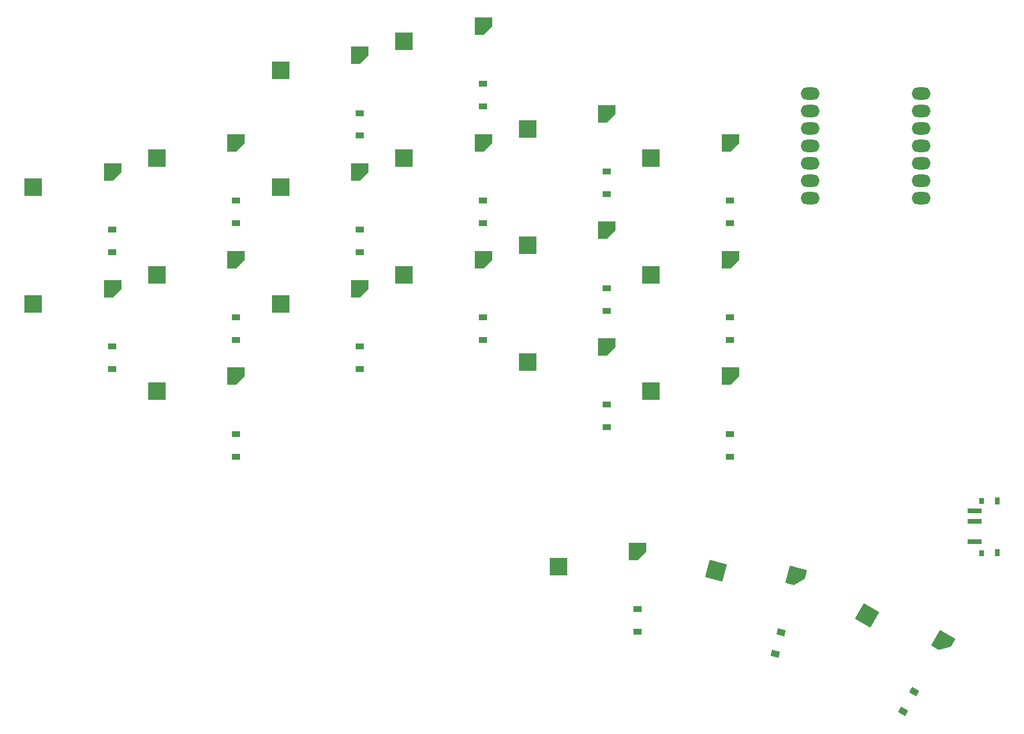
<source format=gtp>
G04 #@! TF.GenerationSoftware,KiCad,Pcbnew,(6.0.5-0)*
G04 #@! TF.CreationDate,2023-02-07T22:55:57+01:00*
G04 #@! TF.ProjectId,awokb,61776f6b-622e-46b6-9963-61645f706362,rev?*
G04 #@! TF.SameCoordinates,Original*
G04 #@! TF.FileFunction,Paste,Top*
G04 #@! TF.FilePolarity,Positive*
%FSLAX46Y46*%
G04 Gerber Fmt 4.6, Leading zero omitted, Abs format (unit mm)*
G04 Created by KiCad (PCBNEW (6.0.5-0)) date 2023-02-07 22:55:57*
%MOMM*%
%LPD*%
G01*
G04 APERTURE LIST*
G04 Aperture macros list*
%AMRotRect*
0 Rectangle, with rotation*
0 The origin of the aperture is its center*
0 $1 length*
0 $2 width*
0 $3 Rotation angle, in degrees counterclockwise*
0 Add horizontal line*
21,1,$1,$2,0,0,$3*%
%AMOutline5P*
0 Free polygon, 5 corners , with rotation*
0 The origin of the aperture is its center*
0 number of corners: always 5*
0 $1 to $10 corner X, Y*
0 $11 Rotation angle, in degrees counterclockwise*
0 create outline with 5 corners*
4,1,5,$1,$2,$3,$4,$5,$6,$7,$8,$9,$10,$1,$2,$11*%
%AMOutline6P*
0 Free polygon, 6 corners , with rotation*
0 The origin of the aperture is its center*
0 number of corners: always 6*
0 $1 to $12 corner X, Y*
0 $13 Rotation angle, in degrees counterclockwise*
0 create outline with 6 corners*
4,1,6,$1,$2,$3,$4,$5,$6,$7,$8,$9,$10,$11,$12,$1,$2,$13*%
%AMOutline7P*
0 Free polygon, 7 corners , with rotation*
0 The origin of the aperture is its center*
0 number of corners: always 7*
0 $1 to $14 corner X, Y*
0 $15 Rotation angle, in degrees counterclockwise*
0 create outline with 7 corners*
4,1,7,$1,$2,$3,$4,$5,$6,$7,$8,$9,$10,$11,$12,$13,$14,$1,$2,$15*%
%AMOutline8P*
0 Free polygon, 8 corners , with rotation*
0 The origin of the aperture is its center*
0 number of corners: always 8*
0 $1 to $16 corner X, Y*
0 $17 Rotation angle, in degrees counterclockwise*
0 create outline with 8 corners*
4,1,8,$1,$2,$3,$4,$5,$6,$7,$8,$9,$10,$11,$12,$13,$14,$15,$16,$1,$2,$17*%
G04 Aperture macros list end*
%ADD10RotRect,2.600000X2.600000X165.000000*%
%ADD11RotRect,0.900000X1.200000X75.000000*%
%ADD12Outline5P,-1.300000X0.000000X0.000000X1.300000X1.300000X1.300000X1.300000X-1.300000X-1.300000X-1.300000X165.000000*%
%ADD13R,2.600000X2.600000*%
%ADD14R,1.200000X0.900000*%
%ADD15Outline5P,-1.300000X0.000000X0.000000X1.300000X1.300000X1.300000X1.300000X-1.300000X-1.300000X-1.300000X180.000000*%
%ADD16RotRect,2.600000X2.600000X150.000000*%
%ADD17RotRect,0.900000X1.200000X60.000000*%
%ADD18Outline5P,-1.300000X0.000000X0.000000X1.300000X1.300000X1.300000X1.300000X-1.300000X-1.300000X-1.300000X150.000000*%
%ADD19R,2.000000X0.800000*%
%ADD20R,0.800000X1.000000*%
%ADD21R,0.800000X0.900000*%
%ADD22O,2.750000X1.800000*%
G04 APERTURE END LIST*
D10*
X124170830Y-127355054D03*
D11*
X132844344Y-139514238D03*
D12*
X135896675Y-128219377D03*
D11*
X133698447Y-136326683D03*
D13*
X78725005Y-84250000D03*
D14*
X90250005Y-93750000D03*
D15*
X90275005Y-82050000D03*
D14*
X90250005Y-90450000D03*
D13*
X60725012Y-88499994D03*
D14*
X72250012Y-97999994D03*
D15*
X72275012Y-86299994D03*
D14*
X72250012Y-94699994D03*
D13*
X78725004Y-67249994D03*
D14*
X90250004Y-76749994D03*
D15*
X90275004Y-65049994D03*
D14*
X90250004Y-73449994D03*
D13*
X42725003Y-101249998D03*
D14*
X54250003Y-110749998D03*
D15*
X54275003Y-99049998D03*
D14*
X54250003Y-107449998D03*
D13*
X96725005Y-62999995D03*
D14*
X108250005Y-72499995D03*
X108250005Y-69199995D03*
D15*
X108275005Y-60799995D03*
D13*
X114725002Y-101249992D03*
D14*
X126250002Y-110749992D03*
D15*
X126275002Y-99049992D03*
D14*
X126250002Y-107449992D03*
D13*
X96725007Y-97000004D03*
D14*
X108250007Y-106500004D03*
X108250007Y-103200004D03*
D15*
X108275007Y-94800004D03*
D13*
X78724996Y-50249992D03*
D14*
X90249996Y-59749992D03*
D15*
X90274996Y-48049992D03*
D14*
X90249996Y-56449992D03*
D13*
X101225006Y-126749998D03*
D14*
X112750006Y-136249998D03*
D15*
X112775006Y-124549998D03*
D14*
X112750006Y-132949998D03*
D13*
X114725004Y-67249988D03*
D14*
X126250004Y-76749988D03*
X126250004Y-73449988D03*
D15*
X126275004Y-65049988D03*
D13*
X24725004Y-88499997D03*
D14*
X36250004Y-97999997D03*
X36250004Y-94699997D03*
D15*
X36275004Y-86299997D03*
D16*
X146178206Y-133878298D03*
D17*
X151409149Y-147868039D03*
X153059149Y-145010155D03*
D18*
X157280799Y-137748042D03*
D13*
X42725000Y-67250000D03*
D14*
X54250000Y-76750000D03*
X54250000Y-73450000D03*
D15*
X54275000Y-65050000D03*
D13*
X60725010Y-71499988D03*
D14*
X72250010Y-80999988D03*
X72250010Y-77699988D03*
D15*
X72275010Y-69299988D03*
D13*
X114725003Y-84249993D03*
D14*
X126250003Y-93749993D03*
D15*
X126275003Y-82049993D03*
D14*
X126250003Y-90449993D03*
D13*
X96725006Y-80000002D03*
D14*
X108250006Y-89500002D03*
X108250006Y-86200002D03*
D15*
X108275006Y-77800002D03*
D13*
X24725007Y-71499997D03*
D14*
X36250007Y-80999997D03*
X36250007Y-77699997D03*
D15*
X36275007Y-69299997D03*
D19*
X161900000Y-120177000D03*
D20*
X165125000Y-124750000D03*
D21*
X162875000Y-124800000D03*
X162875000Y-117200000D03*
D20*
X165125000Y-117250000D03*
D19*
X161900000Y-118677000D03*
X161900000Y-123177000D03*
D13*
X60725006Y-54499999D03*
D14*
X72250006Y-63999999D03*
D15*
X72275006Y-52299999D03*
D14*
X72250006Y-60699999D03*
D22*
X137905040Y-57880000D03*
X137905040Y-60420000D03*
X137905040Y-62960000D03*
X137905040Y-65500000D03*
X137905040Y-68040000D03*
X137905040Y-70580000D03*
X137905040Y-73120000D03*
X154094960Y-73120000D03*
X154094960Y-70580000D03*
X154094960Y-68040000D03*
X154094960Y-65500000D03*
X154094960Y-62960000D03*
X154094960Y-60420000D03*
X154094960Y-57880000D03*
D13*
X42725006Y-84250000D03*
D14*
X54250006Y-93750000D03*
X54250006Y-90450000D03*
D15*
X54275006Y-82050000D03*
M02*

</source>
